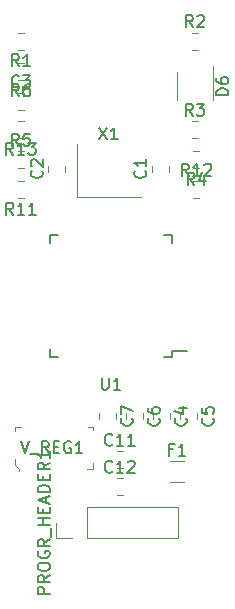
<source format=gbr>
%TF.GenerationSoftware,KiCad,Pcbnew,(5.1.2)-2*%
%TF.CreationDate,2020-02-06T17:00:50+08:00*%
%TF.ProjectId,wing-receiver-lite,77696e67-2d72-4656-9365-697665722d6c,rev?*%
%TF.SameCoordinates,Original*%
%TF.FileFunction,Legend,Top*%
%TF.FilePolarity,Positive*%
%FSLAX46Y46*%
G04 Gerber Fmt 4.6, Leading zero omitted, Abs format (unit mm)*
G04 Created by KiCad (PCBNEW (5.1.2)-2) date 2020-02-06 17:00:50*
%MOMM*%
%LPD*%
G04 APERTURE LIST*
%ADD10C,0.100000*%
%ADD11C,0.120000*%
%ADD12C,0.150000*%
G04 APERTURE END LIST*
D10*
X78459000Y-127257000D02*
X78459000Y-127557000D01*
X78084000Y-127257000D02*
X78459000Y-127257000D01*
X71909000Y-127257000D02*
X71909000Y-127657000D01*
X72409000Y-127257000D02*
X71909000Y-127257000D01*
X78459000Y-130807000D02*
X78009000Y-130807000D01*
X78459000Y-130332000D02*
X78459000Y-130807000D01*
X72209000Y-130807000D02*
X72209000Y-131002000D01*
X71909000Y-130482000D02*
X72209000Y-130807000D01*
X71909000Y-130007000D02*
X71909000Y-130482000D01*
D11*
X77130000Y-107780000D02*
X82530000Y-107780000D01*
X77130000Y-103280000D02*
X77130000Y-107780000D01*
D12*
X85185000Y-120805000D02*
X86460000Y-120805000D01*
X74835000Y-121380000D02*
X75510000Y-121380000D01*
X74835000Y-111030000D02*
X75510000Y-111030000D01*
X85185000Y-111030000D02*
X84510000Y-111030000D01*
X85185000Y-121380000D02*
X84510000Y-121380000D01*
X85185000Y-111030000D02*
X85185000Y-111705000D01*
X74835000Y-111030000D02*
X74835000Y-111705000D01*
X74835000Y-121380000D02*
X74835000Y-120705000D01*
X85185000Y-121380000D02*
X85185000Y-120805000D01*
D11*
X72651252Y-101398000D02*
X72128748Y-101398000D01*
X72651252Y-102818000D02*
X72128748Y-102818000D01*
X86987748Y-107898000D02*
X87510252Y-107898000D01*
X86987748Y-106478000D02*
X87510252Y-106478000D01*
X72651252Y-106478000D02*
X72128748Y-106478000D01*
X72651252Y-107898000D02*
X72128748Y-107898000D01*
X72651252Y-96445000D02*
X72128748Y-96445000D01*
X72651252Y-97865000D02*
X72128748Y-97865000D01*
X72128748Y-105358000D02*
X72651252Y-105358000D01*
X72128748Y-103938000D02*
X72651252Y-103938000D01*
X87510252Y-103938000D02*
X86987748Y-103938000D01*
X87510252Y-105358000D02*
X86987748Y-105358000D01*
X86860748Y-102818000D02*
X87383252Y-102818000D01*
X86860748Y-101398000D02*
X87383252Y-101398000D01*
X86860748Y-95325000D02*
X87383252Y-95325000D01*
X86860748Y-93905000D02*
X87383252Y-93905000D01*
X72651252Y-93905000D02*
X72128748Y-93905000D01*
X72651252Y-95325000D02*
X72128748Y-95325000D01*
X75378000Y-136712000D02*
X75378000Y-135382000D01*
X76708000Y-136712000D02*
X75378000Y-136712000D01*
X77978000Y-136712000D02*
X77978000Y-134052000D01*
X77978000Y-134052000D02*
X85658000Y-134052000D01*
X77978000Y-136712000D02*
X85658000Y-136712000D01*
X85658000Y-136712000D02*
X85658000Y-134052000D01*
X84995936Y-131974000D02*
X86200064Y-131974000D01*
X84995936Y-130154000D02*
X86200064Y-130154000D01*
X88672000Y-99625000D02*
X88672000Y-96675000D01*
X85572000Y-97225000D02*
X85572000Y-99625000D01*
X80510748Y-133044000D02*
X81033252Y-133044000D01*
X80510748Y-131624000D02*
X81033252Y-131624000D01*
X80510748Y-130758000D02*
X81033252Y-130758000D01*
X80510748Y-129338000D02*
X81033252Y-129338000D01*
X79046000Y-126103748D02*
X79046000Y-126626252D01*
X80466000Y-126103748D02*
X80466000Y-126626252D01*
X81332000Y-126103748D02*
X81332000Y-126626252D01*
X82752000Y-126103748D02*
X82752000Y-126626252D01*
X85904000Y-126103748D02*
X85904000Y-126626252D01*
X87324000Y-126103748D02*
X87324000Y-126626252D01*
X83618000Y-126103748D02*
X83618000Y-126626252D01*
X85038000Y-126103748D02*
X85038000Y-126626252D01*
X72128748Y-100405000D02*
X72651252Y-100405000D01*
X72128748Y-98985000D02*
X72651252Y-98985000D01*
X76148000Y-105671252D02*
X76148000Y-105148748D01*
X74728000Y-105671252D02*
X74728000Y-105148748D01*
X84911000Y-105671252D02*
X84911000Y-105148748D01*
X83491000Y-105671252D02*
X83491000Y-105148748D01*
D12*
X72414142Y-128484380D02*
X72747476Y-129484380D01*
X73080809Y-128484380D01*
X73176047Y-129579619D02*
X73937952Y-129579619D01*
X74747476Y-129484380D02*
X74414142Y-129008190D01*
X74176047Y-129484380D02*
X74176047Y-128484380D01*
X74557000Y-128484380D01*
X74652238Y-128532000D01*
X74699857Y-128579619D01*
X74747476Y-128674857D01*
X74747476Y-128817714D01*
X74699857Y-128912952D01*
X74652238Y-128960571D01*
X74557000Y-129008190D01*
X74176047Y-129008190D01*
X75176047Y-128960571D02*
X75509380Y-128960571D01*
X75652238Y-129484380D02*
X75176047Y-129484380D01*
X75176047Y-128484380D01*
X75652238Y-128484380D01*
X76604619Y-128532000D02*
X76509380Y-128484380D01*
X76366523Y-128484380D01*
X76223666Y-128532000D01*
X76128428Y-128627238D01*
X76080809Y-128722476D01*
X76033190Y-128912952D01*
X76033190Y-129055809D01*
X76080809Y-129246285D01*
X76128428Y-129341523D01*
X76223666Y-129436761D01*
X76366523Y-129484380D01*
X76461761Y-129484380D01*
X76604619Y-129436761D01*
X76652238Y-129389142D01*
X76652238Y-129055809D01*
X76461761Y-129055809D01*
X77604619Y-129484380D02*
X77033190Y-129484380D01*
X77318904Y-129484380D02*
X77318904Y-128484380D01*
X77223666Y-128627238D01*
X77128428Y-128722476D01*
X77033190Y-128770095D01*
X79020476Y-101932380D02*
X79687142Y-102932380D01*
X79687142Y-101932380D02*
X79020476Y-102932380D01*
X80591904Y-102932380D02*
X80020476Y-102932380D01*
X80306190Y-102932380D02*
X80306190Y-101932380D01*
X80210952Y-102075238D01*
X80115714Y-102170476D01*
X80020476Y-102218095D01*
X79248095Y-123107380D02*
X79248095Y-123916904D01*
X79295714Y-124012142D01*
X79343333Y-124059761D01*
X79438571Y-124107380D01*
X79629047Y-124107380D01*
X79724285Y-124059761D01*
X79771904Y-124012142D01*
X79819523Y-123916904D01*
X79819523Y-123107380D01*
X80819523Y-124107380D02*
X80248095Y-124107380D01*
X80533809Y-124107380D02*
X80533809Y-123107380D01*
X80438571Y-123250238D01*
X80343333Y-123345476D01*
X80248095Y-123393095D01*
X71747142Y-104210380D02*
X71413809Y-103734190D01*
X71175714Y-104210380D02*
X71175714Y-103210380D01*
X71556666Y-103210380D01*
X71651904Y-103258000D01*
X71699523Y-103305619D01*
X71747142Y-103400857D01*
X71747142Y-103543714D01*
X71699523Y-103638952D01*
X71651904Y-103686571D01*
X71556666Y-103734190D01*
X71175714Y-103734190D01*
X72699523Y-104210380D02*
X72128095Y-104210380D01*
X72413809Y-104210380D02*
X72413809Y-103210380D01*
X72318571Y-103353238D01*
X72223333Y-103448476D01*
X72128095Y-103496095D01*
X73032857Y-103210380D02*
X73651904Y-103210380D01*
X73318571Y-103591333D01*
X73461428Y-103591333D01*
X73556666Y-103638952D01*
X73604285Y-103686571D01*
X73651904Y-103781809D01*
X73651904Y-104019904D01*
X73604285Y-104115142D01*
X73556666Y-104162761D01*
X73461428Y-104210380D01*
X73175714Y-104210380D01*
X73080476Y-104162761D01*
X73032857Y-104115142D01*
X86606142Y-105990380D02*
X86272809Y-105514190D01*
X86034714Y-105990380D02*
X86034714Y-104990380D01*
X86415666Y-104990380D01*
X86510904Y-105038000D01*
X86558523Y-105085619D01*
X86606142Y-105180857D01*
X86606142Y-105323714D01*
X86558523Y-105418952D01*
X86510904Y-105466571D01*
X86415666Y-105514190D01*
X86034714Y-105514190D01*
X87558523Y-105990380D02*
X86987095Y-105990380D01*
X87272809Y-105990380D02*
X87272809Y-104990380D01*
X87177571Y-105133238D01*
X87082333Y-105228476D01*
X86987095Y-105276095D01*
X87939476Y-105085619D02*
X87987095Y-105038000D01*
X88082333Y-104990380D01*
X88320428Y-104990380D01*
X88415666Y-105038000D01*
X88463285Y-105085619D01*
X88510904Y-105180857D01*
X88510904Y-105276095D01*
X88463285Y-105418952D01*
X87891857Y-105990380D01*
X88510904Y-105990380D01*
X71747142Y-109290380D02*
X71413809Y-108814190D01*
X71175714Y-109290380D02*
X71175714Y-108290380D01*
X71556666Y-108290380D01*
X71651904Y-108338000D01*
X71699523Y-108385619D01*
X71747142Y-108480857D01*
X71747142Y-108623714D01*
X71699523Y-108718952D01*
X71651904Y-108766571D01*
X71556666Y-108814190D01*
X71175714Y-108814190D01*
X72699523Y-109290380D02*
X72128095Y-109290380D01*
X72413809Y-109290380D02*
X72413809Y-108290380D01*
X72318571Y-108433238D01*
X72223333Y-108528476D01*
X72128095Y-108576095D01*
X73651904Y-109290380D02*
X73080476Y-109290380D01*
X73366190Y-109290380D02*
X73366190Y-108290380D01*
X73270952Y-108433238D01*
X73175714Y-108528476D01*
X73080476Y-108576095D01*
X72223333Y-99257380D02*
X71890000Y-98781190D01*
X71651904Y-99257380D02*
X71651904Y-98257380D01*
X72032857Y-98257380D01*
X72128095Y-98305000D01*
X72175714Y-98352619D01*
X72223333Y-98447857D01*
X72223333Y-98590714D01*
X72175714Y-98685952D01*
X72128095Y-98733571D01*
X72032857Y-98781190D01*
X71651904Y-98781190D01*
X73080476Y-98257380D02*
X72890000Y-98257380D01*
X72794761Y-98305000D01*
X72747142Y-98352619D01*
X72651904Y-98495476D01*
X72604285Y-98685952D01*
X72604285Y-99066904D01*
X72651904Y-99162142D01*
X72699523Y-99209761D01*
X72794761Y-99257380D01*
X72985238Y-99257380D01*
X73080476Y-99209761D01*
X73128095Y-99162142D01*
X73175714Y-99066904D01*
X73175714Y-98828809D01*
X73128095Y-98733571D01*
X73080476Y-98685952D01*
X72985238Y-98638333D01*
X72794761Y-98638333D01*
X72699523Y-98685952D01*
X72651904Y-98733571D01*
X72604285Y-98828809D01*
X72223333Y-103450380D02*
X71890000Y-102974190D01*
X71651904Y-103450380D02*
X71651904Y-102450380D01*
X72032857Y-102450380D01*
X72128095Y-102498000D01*
X72175714Y-102545619D01*
X72223333Y-102640857D01*
X72223333Y-102783714D01*
X72175714Y-102878952D01*
X72128095Y-102926571D01*
X72032857Y-102974190D01*
X71651904Y-102974190D01*
X73128095Y-102450380D02*
X72651904Y-102450380D01*
X72604285Y-102926571D01*
X72651904Y-102878952D01*
X72747142Y-102831333D01*
X72985238Y-102831333D01*
X73080476Y-102878952D01*
X73128095Y-102926571D01*
X73175714Y-103021809D01*
X73175714Y-103259904D01*
X73128095Y-103355142D01*
X73080476Y-103402761D01*
X72985238Y-103450380D01*
X72747142Y-103450380D01*
X72651904Y-103402761D01*
X72604285Y-103355142D01*
X87082333Y-106750380D02*
X86749000Y-106274190D01*
X86510904Y-106750380D02*
X86510904Y-105750380D01*
X86891857Y-105750380D01*
X86987095Y-105798000D01*
X87034714Y-105845619D01*
X87082333Y-105940857D01*
X87082333Y-106083714D01*
X87034714Y-106178952D01*
X86987095Y-106226571D01*
X86891857Y-106274190D01*
X86510904Y-106274190D01*
X87939476Y-106083714D02*
X87939476Y-106750380D01*
X87701380Y-105702761D02*
X87463285Y-106417047D01*
X88082333Y-106417047D01*
X86955333Y-100910380D02*
X86622000Y-100434190D01*
X86383904Y-100910380D02*
X86383904Y-99910380D01*
X86764857Y-99910380D01*
X86860095Y-99958000D01*
X86907714Y-100005619D01*
X86955333Y-100100857D01*
X86955333Y-100243714D01*
X86907714Y-100338952D01*
X86860095Y-100386571D01*
X86764857Y-100434190D01*
X86383904Y-100434190D01*
X87288666Y-99910380D02*
X87907714Y-99910380D01*
X87574380Y-100291333D01*
X87717238Y-100291333D01*
X87812476Y-100338952D01*
X87860095Y-100386571D01*
X87907714Y-100481809D01*
X87907714Y-100719904D01*
X87860095Y-100815142D01*
X87812476Y-100862761D01*
X87717238Y-100910380D01*
X87431523Y-100910380D01*
X87336285Y-100862761D01*
X87288666Y-100815142D01*
X86955333Y-93417380D02*
X86622000Y-92941190D01*
X86383904Y-93417380D02*
X86383904Y-92417380D01*
X86764857Y-92417380D01*
X86860095Y-92465000D01*
X86907714Y-92512619D01*
X86955333Y-92607857D01*
X86955333Y-92750714D01*
X86907714Y-92845952D01*
X86860095Y-92893571D01*
X86764857Y-92941190D01*
X86383904Y-92941190D01*
X87336285Y-92512619D02*
X87383904Y-92465000D01*
X87479142Y-92417380D01*
X87717238Y-92417380D01*
X87812476Y-92465000D01*
X87860095Y-92512619D01*
X87907714Y-92607857D01*
X87907714Y-92703095D01*
X87860095Y-92845952D01*
X87288666Y-93417380D01*
X87907714Y-93417380D01*
X72223333Y-96717380D02*
X71890000Y-96241190D01*
X71651904Y-96717380D02*
X71651904Y-95717380D01*
X72032857Y-95717380D01*
X72128095Y-95765000D01*
X72175714Y-95812619D01*
X72223333Y-95907857D01*
X72223333Y-96050714D01*
X72175714Y-96145952D01*
X72128095Y-96193571D01*
X72032857Y-96241190D01*
X71651904Y-96241190D01*
X73175714Y-96717380D02*
X72604285Y-96717380D01*
X72890000Y-96717380D02*
X72890000Y-95717380D01*
X72794761Y-95860238D01*
X72699523Y-95955476D01*
X72604285Y-96003095D01*
X74830380Y-141382000D02*
X73830380Y-141382000D01*
X73830380Y-141001047D01*
X73878000Y-140905809D01*
X73925619Y-140858190D01*
X74020857Y-140810571D01*
X74163714Y-140810571D01*
X74258952Y-140858190D01*
X74306571Y-140905809D01*
X74354190Y-141001047D01*
X74354190Y-141382000D01*
X74830380Y-139810571D02*
X74354190Y-140143904D01*
X74830380Y-140382000D02*
X73830380Y-140382000D01*
X73830380Y-140001047D01*
X73878000Y-139905809D01*
X73925619Y-139858190D01*
X74020857Y-139810571D01*
X74163714Y-139810571D01*
X74258952Y-139858190D01*
X74306571Y-139905809D01*
X74354190Y-140001047D01*
X74354190Y-140382000D01*
X73830380Y-139191523D02*
X73830380Y-139001047D01*
X73878000Y-138905809D01*
X73973238Y-138810571D01*
X74163714Y-138762952D01*
X74497047Y-138762952D01*
X74687523Y-138810571D01*
X74782761Y-138905809D01*
X74830380Y-139001047D01*
X74830380Y-139191523D01*
X74782761Y-139286761D01*
X74687523Y-139382000D01*
X74497047Y-139429619D01*
X74163714Y-139429619D01*
X73973238Y-139382000D01*
X73878000Y-139286761D01*
X73830380Y-139191523D01*
X73878000Y-137810571D02*
X73830380Y-137905809D01*
X73830380Y-138048666D01*
X73878000Y-138191523D01*
X73973238Y-138286761D01*
X74068476Y-138334380D01*
X74258952Y-138382000D01*
X74401809Y-138382000D01*
X74592285Y-138334380D01*
X74687523Y-138286761D01*
X74782761Y-138191523D01*
X74830380Y-138048666D01*
X74830380Y-137953428D01*
X74782761Y-137810571D01*
X74735142Y-137762952D01*
X74401809Y-137762952D01*
X74401809Y-137953428D01*
X74830380Y-136762952D02*
X74354190Y-137096285D01*
X74830380Y-137334380D02*
X73830380Y-137334380D01*
X73830380Y-136953428D01*
X73878000Y-136858190D01*
X73925619Y-136810571D01*
X74020857Y-136762952D01*
X74163714Y-136762952D01*
X74258952Y-136810571D01*
X74306571Y-136858190D01*
X74354190Y-136953428D01*
X74354190Y-137334380D01*
X74925619Y-136572476D02*
X74925619Y-135810571D01*
X74830380Y-135572476D02*
X73830380Y-135572476D01*
X74306571Y-135572476D02*
X74306571Y-135001047D01*
X74830380Y-135001047D02*
X73830380Y-135001047D01*
X74306571Y-134524857D02*
X74306571Y-134191523D01*
X74830380Y-134048666D02*
X74830380Y-134524857D01*
X73830380Y-134524857D01*
X73830380Y-134048666D01*
X74544666Y-133667714D02*
X74544666Y-133191523D01*
X74830380Y-133762952D02*
X73830380Y-133429619D01*
X74830380Y-133096285D01*
X74830380Y-132762952D02*
X73830380Y-132762952D01*
X73830380Y-132524857D01*
X73878000Y-132382000D01*
X73973238Y-132286761D01*
X74068476Y-132239142D01*
X74258952Y-132191523D01*
X74401809Y-132191523D01*
X74592285Y-132239142D01*
X74687523Y-132286761D01*
X74782761Y-132382000D01*
X74830380Y-132524857D01*
X74830380Y-132762952D01*
X74306571Y-131762952D02*
X74306571Y-131429619D01*
X74830380Y-131286761D02*
X74830380Y-131762952D01*
X73830380Y-131762952D01*
X73830380Y-131286761D01*
X74830380Y-130286761D02*
X74354190Y-130620095D01*
X74830380Y-130858190D02*
X73830380Y-130858190D01*
X73830380Y-130477238D01*
X73878000Y-130382000D01*
X73925619Y-130334380D01*
X74020857Y-130286761D01*
X74163714Y-130286761D01*
X74258952Y-130334380D01*
X74306571Y-130382000D01*
X74354190Y-130477238D01*
X74354190Y-130858190D01*
X74830380Y-129334380D02*
X74830380Y-129905809D01*
X74830380Y-129620095D02*
X73830380Y-129620095D01*
X73973238Y-129715333D01*
X74068476Y-129810571D01*
X74116095Y-129905809D01*
X85264666Y-129172571D02*
X84931333Y-129172571D01*
X84931333Y-129696380D02*
X84931333Y-128696380D01*
X85407523Y-128696380D01*
X86312285Y-129696380D02*
X85740857Y-129696380D01*
X86026571Y-129696380D02*
X86026571Y-128696380D01*
X85931333Y-128839238D01*
X85836095Y-128934476D01*
X85740857Y-128982095D01*
X89954380Y-99183095D02*
X88954380Y-99183095D01*
X88954380Y-98945000D01*
X89002000Y-98802142D01*
X89097238Y-98706904D01*
X89192476Y-98659285D01*
X89382952Y-98611666D01*
X89525809Y-98611666D01*
X89716285Y-98659285D01*
X89811523Y-98706904D01*
X89906761Y-98802142D01*
X89954380Y-98945000D01*
X89954380Y-99183095D01*
X88954380Y-97754523D02*
X88954380Y-97945000D01*
X89002000Y-98040238D01*
X89049619Y-98087857D01*
X89192476Y-98183095D01*
X89382952Y-98230714D01*
X89763904Y-98230714D01*
X89859142Y-98183095D01*
X89906761Y-98135476D01*
X89954380Y-98040238D01*
X89954380Y-97849761D01*
X89906761Y-97754523D01*
X89859142Y-97706904D01*
X89763904Y-97659285D01*
X89525809Y-97659285D01*
X89430571Y-97706904D01*
X89382952Y-97754523D01*
X89335333Y-97849761D01*
X89335333Y-98040238D01*
X89382952Y-98135476D01*
X89430571Y-98183095D01*
X89525809Y-98230714D01*
X80129142Y-131041142D02*
X80081523Y-131088761D01*
X79938666Y-131136380D01*
X79843428Y-131136380D01*
X79700571Y-131088761D01*
X79605333Y-130993523D01*
X79557714Y-130898285D01*
X79510095Y-130707809D01*
X79510095Y-130564952D01*
X79557714Y-130374476D01*
X79605333Y-130279238D01*
X79700571Y-130184000D01*
X79843428Y-130136380D01*
X79938666Y-130136380D01*
X80081523Y-130184000D01*
X80129142Y-130231619D01*
X81081523Y-131136380D02*
X80510095Y-131136380D01*
X80795809Y-131136380D02*
X80795809Y-130136380D01*
X80700571Y-130279238D01*
X80605333Y-130374476D01*
X80510095Y-130422095D01*
X81462476Y-130231619D02*
X81510095Y-130184000D01*
X81605333Y-130136380D01*
X81843428Y-130136380D01*
X81938666Y-130184000D01*
X81986285Y-130231619D01*
X82033904Y-130326857D01*
X82033904Y-130422095D01*
X81986285Y-130564952D01*
X81414857Y-131136380D01*
X82033904Y-131136380D01*
X80129142Y-128755142D02*
X80081523Y-128802761D01*
X79938666Y-128850380D01*
X79843428Y-128850380D01*
X79700571Y-128802761D01*
X79605333Y-128707523D01*
X79557714Y-128612285D01*
X79510095Y-128421809D01*
X79510095Y-128278952D01*
X79557714Y-128088476D01*
X79605333Y-127993238D01*
X79700571Y-127898000D01*
X79843428Y-127850380D01*
X79938666Y-127850380D01*
X80081523Y-127898000D01*
X80129142Y-127945619D01*
X81081523Y-128850380D02*
X80510095Y-128850380D01*
X80795809Y-128850380D02*
X80795809Y-127850380D01*
X80700571Y-127993238D01*
X80605333Y-128088476D01*
X80510095Y-128136095D01*
X82033904Y-128850380D02*
X81462476Y-128850380D01*
X81748190Y-128850380D02*
X81748190Y-127850380D01*
X81652952Y-127993238D01*
X81557714Y-128088476D01*
X81462476Y-128136095D01*
X81763142Y-126531666D02*
X81810761Y-126579285D01*
X81858380Y-126722142D01*
X81858380Y-126817380D01*
X81810761Y-126960238D01*
X81715523Y-127055476D01*
X81620285Y-127103095D01*
X81429809Y-127150714D01*
X81286952Y-127150714D01*
X81096476Y-127103095D01*
X81001238Y-127055476D01*
X80906000Y-126960238D01*
X80858380Y-126817380D01*
X80858380Y-126722142D01*
X80906000Y-126579285D01*
X80953619Y-126531666D01*
X80858380Y-126198333D02*
X80858380Y-125531666D01*
X81858380Y-125960238D01*
X84049142Y-126531666D02*
X84096761Y-126579285D01*
X84144380Y-126722142D01*
X84144380Y-126817380D01*
X84096761Y-126960238D01*
X84001523Y-127055476D01*
X83906285Y-127103095D01*
X83715809Y-127150714D01*
X83572952Y-127150714D01*
X83382476Y-127103095D01*
X83287238Y-127055476D01*
X83192000Y-126960238D01*
X83144380Y-126817380D01*
X83144380Y-126722142D01*
X83192000Y-126579285D01*
X83239619Y-126531666D01*
X83144380Y-125674523D02*
X83144380Y-125865000D01*
X83192000Y-125960238D01*
X83239619Y-126007857D01*
X83382476Y-126103095D01*
X83572952Y-126150714D01*
X83953904Y-126150714D01*
X84049142Y-126103095D01*
X84096761Y-126055476D01*
X84144380Y-125960238D01*
X84144380Y-125769761D01*
X84096761Y-125674523D01*
X84049142Y-125626904D01*
X83953904Y-125579285D01*
X83715809Y-125579285D01*
X83620571Y-125626904D01*
X83572952Y-125674523D01*
X83525333Y-125769761D01*
X83525333Y-125960238D01*
X83572952Y-126055476D01*
X83620571Y-126103095D01*
X83715809Y-126150714D01*
X88621142Y-126531666D02*
X88668761Y-126579285D01*
X88716380Y-126722142D01*
X88716380Y-126817380D01*
X88668761Y-126960238D01*
X88573523Y-127055476D01*
X88478285Y-127103095D01*
X88287809Y-127150714D01*
X88144952Y-127150714D01*
X87954476Y-127103095D01*
X87859238Y-127055476D01*
X87764000Y-126960238D01*
X87716380Y-126817380D01*
X87716380Y-126722142D01*
X87764000Y-126579285D01*
X87811619Y-126531666D01*
X87716380Y-125626904D02*
X87716380Y-126103095D01*
X88192571Y-126150714D01*
X88144952Y-126103095D01*
X88097333Y-126007857D01*
X88097333Y-125769761D01*
X88144952Y-125674523D01*
X88192571Y-125626904D01*
X88287809Y-125579285D01*
X88525904Y-125579285D01*
X88621142Y-125626904D01*
X88668761Y-125674523D01*
X88716380Y-125769761D01*
X88716380Y-126007857D01*
X88668761Y-126103095D01*
X88621142Y-126150714D01*
X86335142Y-126531666D02*
X86382761Y-126579285D01*
X86430380Y-126722142D01*
X86430380Y-126817380D01*
X86382761Y-126960238D01*
X86287523Y-127055476D01*
X86192285Y-127103095D01*
X86001809Y-127150714D01*
X85858952Y-127150714D01*
X85668476Y-127103095D01*
X85573238Y-127055476D01*
X85478000Y-126960238D01*
X85430380Y-126817380D01*
X85430380Y-126722142D01*
X85478000Y-126579285D01*
X85525619Y-126531666D01*
X85763714Y-125674523D02*
X86430380Y-125674523D01*
X85382761Y-125912619D02*
X86097047Y-126150714D01*
X86097047Y-125531666D01*
X72223333Y-98402142D02*
X72175714Y-98449761D01*
X72032857Y-98497380D01*
X71937619Y-98497380D01*
X71794761Y-98449761D01*
X71699523Y-98354523D01*
X71651904Y-98259285D01*
X71604285Y-98068809D01*
X71604285Y-97925952D01*
X71651904Y-97735476D01*
X71699523Y-97640238D01*
X71794761Y-97545000D01*
X71937619Y-97497380D01*
X72032857Y-97497380D01*
X72175714Y-97545000D01*
X72223333Y-97592619D01*
X72556666Y-97497380D02*
X73175714Y-97497380D01*
X72842380Y-97878333D01*
X72985238Y-97878333D01*
X73080476Y-97925952D01*
X73128095Y-97973571D01*
X73175714Y-98068809D01*
X73175714Y-98306904D01*
X73128095Y-98402142D01*
X73080476Y-98449761D01*
X72985238Y-98497380D01*
X72699523Y-98497380D01*
X72604285Y-98449761D01*
X72556666Y-98402142D01*
X74145142Y-105576666D02*
X74192761Y-105624285D01*
X74240380Y-105767142D01*
X74240380Y-105862380D01*
X74192761Y-106005238D01*
X74097523Y-106100476D01*
X74002285Y-106148095D01*
X73811809Y-106195714D01*
X73668952Y-106195714D01*
X73478476Y-106148095D01*
X73383238Y-106100476D01*
X73288000Y-106005238D01*
X73240380Y-105862380D01*
X73240380Y-105767142D01*
X73288000Y-105624285D01*
X73335619Y-105576666D01*
X73335619Y-105195714D02*
X73288000Y-105148095D01*
X73240380Y-105052857D01*
X73240380Y-104814761D01*
X73288000Y-104719523D01*
X73335619Y-104671904D01*
X73430857Y-104624285D01*
X73526095Y-104624285D01*
X73668952Y-104671904D01*
X74240380Y-105243333D01*
X74240380Y-104624285D01*
X82908142Y-105576666D02*
X82955761Y-105624285D01*
X83003380Y-105767142D01*
X83003380Y-105862380D01*
X82955761Y-106005238D01*
X82860523Y-106100476D01*
X82765285Y-106148095D01*
X82574809Y-106195714D01*
X82431952Y-106195714D01*
X82241476Y-106148095D01*
X82146238Y-106100476D01*
X82051000Y-106005238D01*
X82003380Y-105862380D01*
X82003380Y-105767142D01*
X82051000Y-105624285D01*
X82098619Y-105576666D01*
X83003380Y-104624285D02*
X83003380Y-105195714D01*
X83003380Y-104910000D02*
X82003380Y-104910000D01*
X82146238Y-105005238D01*
X82241476Y-105100476D01*
X82289095Y-105195714D01*
M02*

</source>
